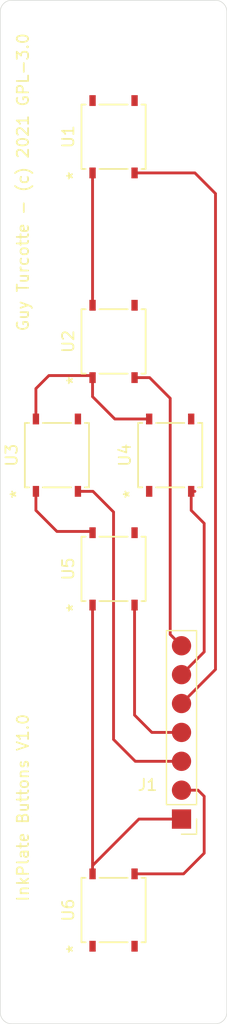
<source format=kicad_pcb>
(kicad_pcb (version 20171130) (host pcbnew 5.1.9-73d0e3b20d~88~ubuntu20.04.1)

  (general
    (thickness 1.6)
    (drawings 10)
    (tracks 44)
    (zones 0)
    (modules 7)
    (nets 20)
  )

  (page A4)
  (title_block
    (title "InkPlate Mechanical Buttons Circuit")
    (comment 1 "Public Domain - GPL-3.0")
    (comment 3 "Guy Turcotte")
  )

  (layers
    (0 F.Cu signal)
    (31 B.Cu signal)
    (33 F.Adhes user)
    (35 F.Paste user)
    (37 F.SilkS user)
    (38 B.Mask user)
    (39 F.Mask user)
    (40 Dwgs.User user)
    (41 Cmts.User user)
    (42 Eco1.User user)
    (43 Eco2.User user)
    (44 Edge.Cuts user)
    (45 Margin user)
    (46 B.CrtYd user)
    (47 F.CrtYd user)
    (49 F.Fab user)
  )

  (setup
    (last_trace_width 0.25)
    (trace_clearance 0.2)
    (zone_clearance 0.508)
    (zone_45_only no)
    (trace_min 0.2)
    (via_size 0.8)
    (via_drill 0.4)
    (via_min_size 0.4)
    (via_min_drill 0.3)
    (uvia_size 0.3)
    (uvia_drill 0.1)
    (uvias_allowed no)
    (uvia_min_size 0.2)
    (uvia_min_drill 0.1)
    (edge_width 0.05)
    (segment_width 0.2)
    (pcb_text_width 0.3)
    (pcb_text_size 1.5 1.5)
    (mod_edge_width 0.12)
    (mod_text_size 1 1)
    (mod_text_width 0.15)
    (pad_size 1.7 1.7)
    (pad_drill 0)
    (pad_to_mask_clearance 0)
    (aux_axis_origin 100 170)
    (grid_origin 100 170)
    (visible_elements FFFFFF7F)
    (pcbplotparams
      (layerselection 0x010e8_ffffffff)
      (usegerberextensions false)
      (usegerberattributes false)
      (usegerberadvancedattributes false)
      (creategerberjobfile false)
      (excludeedgelayer true)
      (linewidth 0.100000)
      (plotframeref false)
      (viasonmask false)
      (mode 1)
      (useauxorigin false)
      (hpglpennumber 1)
      (hpglpenspeed 20)
      (hpglpendiameter 15.000000)
      (psnegative false)
      (psa4output false)
      (plotreference true)
      (plotvalue true)
      (plotinvisibletext false)
      (padsonsilk false)
      (subtractmaskfromsilk false)
      (outputformat 1)
      (mirror false)
      (drillshape 0)
      (scaleselection 1)
      (outputdirectory ""))
  )

  (net 0 "")
  (net 1 "Net-(J1-Pad1)")
  (net 2 "Net-(J1-Pad3)")
  (net 3 "Net-(J1-Pad5)")
  (net 4 "Net-(J1-Pad7)")
  (net 5 "Net-(J1-Pad2)")
  (net 6 "Net-(J1-Pad4)")
  (net 7 "Net-(J1-Pad6)")
  (net 8 "Net-(U1-Pad1)")
  (net 9 "Net-(U1-Pad4)")
  (net 10 "Net-(U1-Pad2)")
  (net 11 "Net-(U2-Pad4)")
  (net 12 "Net-(U4-Pad4)")
  (net 13 "Net-(U5-Pad4)")
  (net 14 "Net-(U2-Pad1)")
  (net 15 "Net-(U3-Pad4)")
  (net 16 "Net-(U3-Pad1)")
  (net 17 "Net-(U4-Pad1)")
  (net 18 "Net-(U6-Pad3)")
  (net 19 "Net-(U6-Pad1)")

  (net_class Default "This is the default net class."
    (clearance 0.2)
    (trace_width 0.25)
    (via_dia 0.8)
    (via_drill 0.4)
    (uvia_dia 0.3)
    (uvia_drill 0.1)
    (add_net "Net-(J1-Pad1)")
    (add_net "Net-(J1-Pad2)")
    (add_net "Net-(J1-Pad3)")
    (add_net "Net-(J1-Pad4)")
    (add_net "Net-(J1-Pad5)")
    (add_net "Net-(J1-Pad6)")
    (add_net "Net-(J1-Pad7)")
    (add_net "Net-(U1-Pad1)")
    (add_net "Net-(U1-Pad2)")
    (add_net "Net-(U1-Pad4)")
    (add_net "Net-(U2-Pad1)")
    (add_net "Net-(U2-Pad4)")
    (add_net "Net-(U3-Pad1)")
    (add_net "Net-(U3-Pad4)")
    (add_net "Net-(U4-Pad1)")
    (add_net "Net-(U4-Pad4)")
    (add_net "Net-(U5-Pad4)")
    (add_net "Net-(U6-Pad1)")
    (add_net "Net-(U6-Pad3)")
  )

  (module Connector_PinHeader_2.54mm:PinHeader_1x07_P2.54mm_Vertical (layer F.Cu) (tedit 601EE729) (tstamp 601E0A29)
    (at 116 152 180)
    (descr "Through hole straight pin header, 1x07, 2.54mm pitch, single row")
    (tags "Through hole pin header THT 1x07 2.54mm single row")
    (path /6021909D)
    (attr smd)
    (fp_text reference J1 (at 3 3) (layer F.SilkS)
      (effects (font (size 1 1) (thickness 0.15)))
    )
    (fp_text value J1 (at 0 17.57) (layer F.Fab) hide
      (effects (font (size 1 1) (thickness 0.15)))
    )
    (fp_line (start -0.635 -1.27) (end 1.27 -1.27) (layer F.Fab) (width 0.1))
    (fp_line (start 1.27 -1.27) (end 1.27 16.51) (layer F.Fab) (width 0.1))
    (fp_line (start 1.27 16.51) (end -1.27 16.51) (layer F.Fab) (width 0.1))
    (fp_line (start -1.27 16.51) (end -1.27 -0.635) (layer F.Fab) (width 0.1))
    (fp_line (start -1.27 -0.635) (end -0.635 -1.27) (layer F.Fab) (width 0.1))
    (fp_line (start -1.33 16.57) (end 1.33 16.57) (layer F.SilkS) (width 0.12))
    (fp_line (start -1.33 1.27) (end -1.33 16.57) (layer F.SilkS) (width 0.12))
    (fp_line (start 1.33 1.27) (end 1.33 16.57) (layer F.SilkS) (width 0.12))
    (fp_line (start -1.33 1.27) (end 1.33 1.27) (layer F.SilkS) (width 0.12))
    (fp_line (start -1.33 0) (end -1.33 -1.33) (layer F.SilkS) (width 0.12))
    (fp_line (start -1.33 -1.33) (end 0 -1.33) (layer F.SilkS) (width 0.12))
    (fp_line (start -1.8 -1.8) (end -1.8 17.05) (layer F.CrtYd) (width 0.05))
    (fp_line (start -1.8 17.05) (end 1.8 17.05) (layer F.CrtYd) (width 0.05))
    (fp_line (start 1.8 17.05) (end 1.8 -1.8) (layer F.CrtYd) (width 0.05))
    (fp_line (start 1.8 -1.8) (end -1.8 -1.8) (layer F.CrtYd) (width 0.05))
    (fp_text user %R (at 0 7.62 90) (layer F.Fab)
      (effects (font (size 1 1) (thickness 0.15)))
    )
    (pad 7 smd oval (at 0 15.24 180) (size 1.7 1.7) (layers F.Cu F.Paste F.Mask)
      (net 4 "Net-(J1-Pad7)"))
    (pad 6 smd oval (at 0 12.7 180) (size 1.7 1.7) (layers F.Cu F.Paste F.Mask)
      (net 7 "Net-(J1-Pad6)"))
    (pad 5 smd oval (at 0 10.16 180) (size 1.7 1.7) (layers F.Cu F.Paste F.Mask)
      (net 3 "Net-(J1-Pad5)"))
    (pad 4 smd oval (at 0 7.62 180) (size 1.7 1.7) (layers F.Cu F.Paste F.Mask)
      (net 6 "Net-(J1-Pad4)"))
    (pad 3 smd oval (at 0 5.08 180) (size 1.7 1.7) (layers F.Cu F.Paste F.Mask)
      (net 2 "Net-(J1-Pad3)"))
    (pad 2 smd oval (at 0 2.54 180) (size 1.7 1.7) (layers F.Cu F.Paste F.Mask)
      (net 5 "Net-(J1-Pad2)"))
    (pad 1 smd rect (at 0 0 180) (size 1.7 1.7) (layers F.Cu F.Paste F.Mask)
      (net 1 "Net-(J1-Pad1)"))
  )

  (module "footprints:PTS526 SK15 SMTR2 LFS" (layer F.Cu) (tedit 0) (tstamp 601E0A63)
    (at 110 92 90)
    (path /601DA871)
    (fp_text reference U1 (at 0 0 90) (layer F.SilkS) hide
      (effects (font (size 1 1) (thickness 0.15)))
    )
    (fp_text value U1 (at 0 -4 90) (layer F.SilkS)
      (effects (font (size 1 1) (thickness 0.15)))
    )
    (fp_line (start -2.9591 2.3876) (end -3.9116 2.3876) (layer F.CrtYd) (width 0.1524))
    (fp_line (start -2.9591 2.9591) (end -2.9591 2.3876) (layer F.CrtYd) (width 0.1524))
    (fp_line (start 2.9591 2.9591) (end -2.9591 2.9591) (layer F.CrtYd) (width 0.1524))
    (fp_line (start 2.9591 2.3876) (end 2.9591 2.9591) (layer F.CrtYd) (width 0.1524))
    (fp_line (start 3.9116 2.3876) (end 2.9591 2.3876) (layer F.CrtYd) (width 0.1524))
    (fp_line (start 3.9116 -2.3876) (end 3.9116 2.3876) (layer F.CrtYd) (width 0.1524))
    (fp_line (start 2.9591 -2.3876) (end 3.9116 -2.3876) (layer F.CrtYd) (width 0.1524))
    (fp_line (start 2.9591 -2.9591) (end 2.9591 -2.3876) (layer F.CrtYd) (width 0.1524))
    (fp_line (start -2.9591 -2.9591) (end 2.9591 -2.9591) (layer F.CrtYd) (width 0.1524))
    (fp_line (start -2.9591 -2.3876) (end -2.9591 -2.9591) (layer F.CrtYd) (width 0.1524))
    (fp_line (start -3.9116 -2.3876) (end -2.9591 -2.3876) (layer F.CrtYd) (width 0.1524))
    (fp_line (start -3.9116 2.3876) (end -3.9116 -2.3876) (layer F.CrtYd) (width 0.1524))
    (fp_line (start 2.8321 -2.46634) (end 2.8321 -2.8321) (layer F.SilkS) (width 0.1524))
    (fp_line (start 2.8321 1.24206) (end 2.8321 -1.24206) (layer F.SilkS) (width 0.1524))
    (fp_line (start -2.8321 2.46634) (end -2.8321 2.8321) (layer F.SilkS) (width 0.1524))
    (fp_line (start -2.8321 -1.24206) (end -2.8321 1.24206) (layer F.SilkS) (width 0.1524))
    (fp_line (start -2.7051 -2.7051) (end -2.7051 2.7051) (layer F.Fab) (width 0.1524))
    (fp_line (start 2.7051 -2.7051) (end -2.7051 -2.7051) (layer F.Fab) (width 0.1524))
    (fp_line (start 2.7051 2.7051) (end 2.7051 -2.7051) (layer F.Fab) (width 0.1524))
    (fp_line (start -2.7051 2.7051) (end 2.7051 2.7051) (layer F.Fab) (width 0.1524))
    (fp_line (start -2.8321 -2.8321) (end -2.8321 -2.46634) (layer F.SilkS) (width 0.1524))
    (fp_line (start 2.8321 -2.8321) (end -2.8321 -2.8321) (layer F.SilkS) (width 0.1524))
    (fp_line (start 2.8321 2.8321) (end 2.8321 2.46634) (layer F.SilkS) (width 0.1524))
    (fp_line (start -2.8321 2.8321) (end 2.8321 2.8321) (layer F.SilkS) (width 0.1524))
    (fp_line (start 3.302 -2.1082) (end 2.7051 -2.1082) (layer F.Fab) (width 0.1524))
    (fp_line (start 3.302 -1.6002) (end 3.302 -2.1082) (layer F.Fab) (width 0.1524))
    (fp_line (start 2.7051 -1.6002) (end 3.302 -1.6002) (layer F.Fab) (width 0.1524))
    (fp_line (start 2.7051 -2.1082) (end 2.7051 -1.6002) (layer F.Fab) (width 0.1524))
    (fp_line (start 3.302 1.6002) (end 2.7051 1.6002) (layer F.Fab) (width 0.1524))
    (fp_line (start 3.302 2.1082) (end 3.302 1.6002) (layer F.Fab) (width 0.1524))
    (fp_line (start 2.7051 2.1082) (end 3.302 2.1082) (layer F.Fab) (width 0.1524))
    (fp_line (start 2.7051 1.6002) (end 2.7051 2.1082) (layer F.Fab) (width 0.1524))
    (fp_line (start -3.302 2.1082) (end -2.7051 2.1082) (layer F.Fab) (width 0.1524))
    (fp_line (start -3.302 1.6002) (end -3.302 2.1082) (layer F.Fab) (width 0.1524))
    (fp_line (start -2.7051 1.6002) (end -3.302 1.6002) (layer F.Fab) (width 0.1524))
    (fp_line (start -2.7051 2.1082) (end -2.7051 1.6002) (layer F.Fab) (width 0.1524))
    (fp_line (start -3.302 -1.6002) (end -2.7051 -1.6002) (layer F.Fab) (width 0.1524))
    (fp_line (start -3.302 -2.1082) (end -3.302 -1.6002) (layer F.Fab) (width 0.1524))
    (fp_line (start -2.7051 -2.1082) (end -3.302 -2.1082) (layer F.Fab) (width 0.1524))
    (fp_line (start -2.7051 -1.6002) (end -2.7051 -2.1082) (layer F.Fab) (width 0.1524))
    (fp_text user "Copyright 2016 Accelerated Designs. All rights reserved." (at 0 0 90) (layer Cmts.User)
      (effects (font (size 0.127 0.127) (thickness 0.002)))
    )
    (fp_text user * (at -3.43535 -3.556 90) (layer F.SilkS)
      (effects (font (size 1 1) (thickness 0.15)))
    )
    (fp_text user * (at -2.3241 -2.6289 90) (layer F.Fab)
      (effects (font (size 1 1) (thickness 0.15)))
    )
    (fp_text user * (at -3.43535 -3.556 90) (layer F.SilkS)
      (effects (font (size 1 1) (thickness 0.15)))
    )
    (fp_text user * (at -2.3241 -2.6289 90) (layer F.Fab)
      (effects (font (size 1 1) (thickness 0.15)))
    )
    (fp_arc (start 0 -2.7051) (end 0.3048 -2.7051) (angle 180) (layer F.Fab) (width 0.1524))
    (pad 1 smd rect (at -3.18135 -1.8542 90) (size 0.9525 0.5588) (layers F.Cu F.Paste F.Mask)
      (net 8 "Net-(U1-Pad1)"))
    (pad 3 smd rect (at -3.18135 1.8542 90) (size 0.9525 0.5588) (layers F.Cu F.Paste F.Mask)
      (net 3 "Net-(J1-Pad5)"))
    (pad 4 smd rect (at 3.18135 1.8542 90) (size 0.9525 0.5588) (layers F.Cu F.Paste F.Mask)
      (net 9 "Net-(U1-Pad4)"))
    (pad 2 smd rect (at 3.18135 -1.8542 90) (size 0.9525 0.5588) (layers F.Cu F.Paste F.Mask)
      (net 10 "Net-(U1-Pad2)"))
    (model ${KIPRJMOD}/Parts/3D/PTS526SK15SMTR2LFS.stp
      (at (xyz 0 0 0))
      (scale (xyz 1 1 1))
      (rotate (xyz 0 0 0))
    )
  )

  (module "footprints:PTS526 SK15 SMTR2 LFS" (layer F.Cu) (tedit 0) (tstamp 601E0A9D)
    (at 110 110 90)
    (path /601D8A3C)
    (fp_text reference U2 (at 0 0 90) (layer F.SilkS) hide
      (effects (font (size 1 1) (thickness 0.15)))
    )
    (fp_text value U2 (at 0 -4 90) (layer F.SilkS)
      (effects (font (size 1 1) (thickness 0.15)))
    )
    (fp_line (start -2.9591 2.3876) (end -3.9116 2.3876) (layer F.CrtYd) (width 0.1524))
    (fp_line (start -2.9591 2.9591) (end -2.9591 2.3876) (layer F.CrtYd) (width 0.1524))
    (fp_line (start 2.9591 2.9591) (end -2.9591 2.9591) (layer F.CrtYd) (width 0.1524))
    (fp_line (start 2.9591 2.3876) (end 2.9591 2.9591) (layer F.CrtYd) (width 0.1524))
    (fp_line (start 3.9116 2.3876) (end 2.9591 2.3876) (layer F.CrtYd) (width 0.1524))
    (fp_line (start 3.9116 -2.3876) (end 3.9116 2.3876) (layer F.CrtYd) (width 0.1524))
    (fp_line (start 2.9591 -2.3876) (end 3.9116 -2.3876) (layer F.CrtYd) (width 0.1524))
    (fp_line (start 2.9591 -2.9591) (end 2.9591 -2.3876) (layer F.CrtYd) (width 0.1524))
    (fp_line (start -2.9591 -2.9591) (end 2.9591 -2.9591) (layer F.CrtYd) (width 0.1524))
    (fp_line (start -2.9591 -2.3876) (end -2.9591 -2.9591) (layer F.CrtYd) (width 0.1524))
    (fp_line (start -3.9116 -2.3876) (end -2.9591 -2.3876) (layer F.CrtYd) (width 0.1524))
    (fp_line (start -3.9116 2.3876) (end -3.9116 -2.3876) (layer F.CrtYd) (width 0.1524))
    (fp_line (start 2.8321 -2.46634) (end 2.8321 -2.8321) (layer F.SilkS) (width 0.1524))
    (fp_line (start 2.8321 1.24206) (end 2.8321 -1.24206) (layer F.SilkS) (width 0.1524))
    (fp_line (start -2.8321 2.46634) (end -2.8321 2.8321) (layer F.SilkS) (width 0.1524))
    (fp_line (start -2.8321 -1.24206) (end -2.8321 1.24206) (layer F.SilkS) (width 0.1524))
    (fp_line (start -2.7051 -2.7051) (end -2.7051 2.7051) (layer F.Fab) (width 0.1524))
    (fp_line (start 2.7051 -2.7051) (end -2.7051 -2.7051) (layer F.Fab) (width 0.1524))
    (fp_line (start 2.7051 2.7051) (end 2.7051 -2.7051) (layer F.Fab) (width 0.1524))
    (fp_line (start -2.7051 2.7051) (end 2.7051 2.7051) (layer F.Fab) (width 0.1524))
    (fp_line (start -2.8321 -2.8321) (end -2.8321 -2.46634) (layer F.SilkS) (width 0.1524))
    (fp_line (start 2.8321 -2.8321) (end -2.8321 -2.8321) (layer F.SilkS) (width 0.1524))
    (fp_line (start 2.8321 2.8321) (end 2.8321 2.46634) (layer F.SilkS) (width 0.1524))
    (fp_line (start -2.8321 2.8321) (end 2.8321 2.8321) (layer F.SilkS) (width 0.1524))
    (fp_line (start 3.302 -2.1082) (end 2.7051 -2.1082) (layer F.Fab) (width 0.1524))
    (fp_line (start 3.302 -1.6002) (end 3.302 -2.1082) (layer F.Fab) (width 0.1524))
    (fp_line (start 2.7051 -1.6002) (end 3.302 -1.6002) (layer F.Fab) (width 0.1524))
    (fp_line (start 2.7051 -2.1082) (end 2.7051 -1.6002) (layer F.Fab) (width 0.1524))
    (fp_line (start 3.302 1.6002) (end 2.7051 1.6002) (layer F.Fab) (width 0.1524))
    (fp_line (start 3.302 2.1082) (end 3.302 1.6002) (layer F.Fab) (width 0.1524))
    (fp_line (start 2.7051 2.1082) (end 3.302 2.1082) (layer F.Fab) (width 0.1524))
    (fp_line (start 2.7051 1.6002) (end 2.7051 2.1082) (layer F.Fab) (width 0.1524))
    (fp_line (start -3.302 2.1082) (end -2.7051 2.1082) (layer F.Fab) (width 0.1524))
    (fp_line (start -3.302 1.6002) (end -3.302 2.1082) (layer F.Fab) (width 0.1524))
    (fp_line (start -2.7051 1.6002) (end -3.302 1.6002) (layer F.Fab) (width 0.1524))
    (fp_line (start -2.7051 2.1082) (end -2.7051 1.6002) (layer F.Fab) (width 0.1524))
    (fp_line (start -3.302 -1.6002) (end -2.7051 -1.6002) (layer F.Fab) (width 0.1524))
    (fp_line (start -3.302 -2.1082) (end -3.302 -1.6002) (layer F.Fab) (width 0.1524))
    (fp_line (start -2.7051 -2.1082) (end -3.302 -2.1082) (layer F.Fab) (width 0.1524))
    (fp_line (start -2.7051 -1.6002) (end -2.7051 -2.1082) (layer F.Fab) (width 0.1524))
    (fp_text user "Copyright 2016 Accelerated Designs. All rights reserved." (at 0 0 90) (layer Cmts.User)
      (effects (font (size 0.127 0.127) (thickness 0.002)))
    )
    (fp_text user * (at -3.43535 -3.556 90) (layer F.SilkS)
      (effects (font (size 1 1) (thickness 0.15)))
    )
    (fp_text user * (at -2.3241 -2.6289 90) (layer F.Fab)
      (effects (font (size 1 1) (thickness 0.15)))
    )
    (fp_text user * (at -3.43535 -3.556 90) (layer F.SilkS)
      (effects (font (size 1 1) (thickness 0.15)))
    )
    (fp_text user * (at -2.3241 -2.6289 90) (layer F.Fab)
      (effects (font (size 1 1) (thickness 0.15)))
    )
    (fp_arc (start 0 -2.7051) (end 0.3048 -2.7051) (angle 180) (layer F.Fab) (width 0.1524))
    (pad 1 smd rect (at -3.18135 -1.8542 90) (size 0.9525 0.5588) (layers F.Cu F.Paste F.Mask)
      (net 14 "Net-(U2-Pad1)"))
    (pad 3 smd rect (at -3.18135 1.8542 90) (size 0.9525 0.5588) (layers F.Cu F.Paste F.Mask)
      (net 4 "Net-(J1-Pad7)"))
    (pad 4 smd rect (at 3.18135 1.8542 90) (size 0.9525 0.5588) (layers F.Cu F.Paste F.Mask)
      (net 11 "Net-(U2-Pad4)"))
    (pad 2 smd rect (at 3.18135 -1.8542 90) (size 0.9525 0.5588) (layers F.Cu F.Paste F.Mask)
      (net 8 "Net-(U1-Pad1)"))
    (model ${KIPRJMOD}/Parts/3D/PTS526SK15SMTR2LFS.stp
      (at (xyz 0 0 0))
      (scale (xyz 1 1 1))
      (rotate (xyz 0 0 0))
    )
  )

  (module "footprints:PTS526 SK15 SMTR2 LFS" (layer F.Cu) (tedit 0) (tstamp 601E0AD7)
    (at 105 120 90)
    (path /601D9A02)
    (fp_text reference U3 (at 0 0 90) (layer F.SilkS) hide
      (effects (font (size 1 1) (thickness 0.15)))
    )
    (fp_text value U3 (at 0 -4 90) (layer F.SilkS)
      (effects (font (size 1 1) (thickness 0.15)))
    )
    (fp_line (start -2.7051 -1.6002) (end -2.7051 -2.1082) (layer F.Fab) (width 0.1524))
    (fp_line (start -2.7051 -2.1082) (end -3.302 -2.1082) (layer F.Fab) (width 0.1524))
    (fp_line (start -3.302 -2.1082) (end -3.302 -1.6002) (layer F.Fab) (width 0.1524))
    (fp_line (start -3.302 -1.6002) (end -2.7051 -1.6002) (layer F.Fab) (width 0.1524))
    (fp_line (start -2.7051 2.1082) (end -2.7051 1.6002) (layer F.Fab) (width 0.1524))
    (fp_line (start -2.7051 1.6002) (end -3.302 1.6002) (layer F.Fab) (width 0.1524))
    (fp_line (start -3.302 1.6002) (end -3.302 2.1082) (layer F.Fab) (width 0.1524))
    (fp_line (start -3.302 2.1082) (end -2.7051 2.1082) (layer F.Fab) (width 0.1524))
    (fp_line (start 2.7051 1.6002) (end 2.7051 2.1082) (layer F.Fab) (width 0.1524))
    (fp_line (start 2.7051 2.1082) (end 3.302 2.1082) (layer F.Fab) (width 0.1524))
    (fp_line (start 3.302 2.1082) (end 3.302 1.6002) (layer F.Fab) (width 0.1524))
    (fp_line (start 3.302 1.6002) (end 2.7051 1.6002) (layer F.Fab) (width 0.1524))
    (fp_line (start 2.7051 -2.1082) (end 2.7051 -1.6002) (layer F.Fab) (width 0.1524))
    (fp_line (start 2.7051 -1.6002) (end 3.302 -1.6002) (layer F.Fab) (width 0.1524))
    (fp_line (start 3.302 -1.6002) (end 3.302 -2.1082) (layer F.Fab) (width 0.1524))
    (fp_line (start 3.302 -2.1082) (end 2.7051 -2.1082) (layer F.Fab) (width 0.1524))
    (fp_line (start -2.8321 2.8321) (end 2.8321 2.8321) (layer F.SilkS) (width 0.1524))
    (fp_line (start 2.8321 2.8321) (end 2.8321 2.46634) (layer F.SilkS) (width 0.1524))
    (fp_line (start 2.8321 -2.8321) (end -2.8321 -2.8321) (layer F.SilkS) (width 0.1524))
    (fp_line (start -2.8321 -2.8321) (end -2.8321 -2.46634) (layer F.SilkS) (width 0.1524))
    (fp_line (start -2.7051 2.7051) (end 2.7051 2.7051) (layer F.Fab) (width 0.1524))
    (fp_line (start 2.7051 2.7051) (end 2.7051 -2.7051) (layer F.Fab) (width 0.1524))
    (fp_line (start 2.7051 -2.7051) (end -2.7051 -2.7051) (layer F.Fab) (width 0.1524))
    (fp_line (start -2.7051 -2.7051) (end -2.7051 2.7051) (layer F.Fab) (width 0.1524))
    (fp_line (start -2.8321 -1.24206) (end -2.8321 1.24206) (layer F.SilkS) (width 0.1524))
    (fp_line (start -2.8321 2.46634) (end -2.8321 2.8321) (layer F.SilkS) (width 0.1524))
    (fp_line (start 2.8321 1.24206) (end 2.8321 -1.24206) (layer F.SilkS) (width 0.1524))
    (fp_line (start 2.8321 -2.46634) (end 2.8321 -2.8321) (layer F.SilkS) (width 0.1524))
    (fp_line (start -3.9116 2.3876) (end -3.9116 -2.3876) (layer F.CrtYd) (width 0.1524))
    (fp_line (start -3.9116 -2.3876) (end -2.9591 -2.3876) (layer F.CrtYd) (width 0.1524))
    (fp_line (start -2.9591 -2.3876) (end -2.9591 -2.9591) (layer F.CrtYd) (width 0.1524))
    (fp_line (start -2.9591 -2.9591) (end 2.9591 -2.9591) (layer F.CrtYd) (width 0.1524))
    (fp_line (start 2.9591 -2.9591) (end 2.9591 -2.3876) (layer F.CrtYd) (width 0.1524))
    (fp_line (start 2.9591 -2.3876) (end 3.9116 -2.3876) (layer F.CrtYd) (width 0.1524))
    (fp_line (start 3.9116 -2.3876) (end 3.9116 2.3876) (layer F.CrtYd) (width 0.1524))
    (fp_line (start 3.9116 2.3876) (end 2.9591 2.3876) (layer F.CrtYd) (width 0.1524))
    (fp_line (start 2.9591 2.3876) (end 2.9591 2.9591) (layer F.CrtYd) (width 0.1524))
    (fp_line (start 2.9591 2.9591) (end -2.9591 2.9591) (layer F.CrtYd) (width 0.1524))
    (fp_line (start -2.9591 2.9591) (end -2.9591 2.3876) (layer F.CrtYd) (width 0.1524))
    (fp_line (start -2.9591 2.3876) (end -3.9116 2.3876) (layer F.CrtYd) (width 0.1524))
    (fp_arc (start 0 -2.7051) (end 0.3048 -2.7051) (angle 180) (layer F.Fab) (width 0.1524))
    (fp_text user * (at -2.3241 -2.6289 90) (layer F.Fab)
      (effects (font (size 1 1) (thickness 0.15)))
    )
    (fp_text user * (at -3.43535 -3.556 90) (layer F.SilkS)
      (effects (font (size 1 1) (thickness 0.15)))
    )
    (fp_text user * (at -2.3241 -2.6289 90) (layer F.Fab)
      (effects (font (size 1 1) (thickness 0.15)))
    )
    (fp_text user * (at -3.43535 -3.556 90) (layer F.SilkS)
      (effects (font (size 1 1) (thickness 0.15)))
    )
    (fp_text user "Copyright 2016 Accelerated Designs. All rights reserved." (at 0 0 90) (layer Cmts.User)
      (effects (font (size 0.127 0.127) (thickness 0.002)))
    )
    (pad 2 smd rect (at 3.18135 -1.8542 90) (size 0.9525 0.5588) (layers F.Cu F.Paste F.Mask)
      (net 14 "Net-(U2-Pad1)"))
    (pad 4 smd rect (at 3.18135 1.8542 90) (size 0.9525 0.5588) (layers F.Cu F.Paste F.Mask)
      (net 15 "Net-(U3-Pad4)"))
    (pad 3 smd rect (at -3.18135 1.8542 90) (size 0.9525 0.5588) (layers F.Cu F.Paste F.Mask)
      (net 2 "Net-(J1-Pad3)"))
    (pad 1 smd rect (at -3.18135 -1.8542 90) (size 0.9525 0.5588) (layers F.Cu F.Paste F.Mask)
      (net 16 "Net-(U3-Pad1)"))
    (model ${KIPRJMOD}/Parts/3D/PTS526SK15SMTR2LFS.stp
      (at (xyz 0 0 0))
      (scale (xyz 1 1 1))
      (rotate (xyz 0 0 0))
    )
  )

  (module "footprints:PTS526 SK15 SMTR2 LFS" (layer F.Cu) (tedit 0) (tstamp 601E0B11)
    (at 115 120 90)
    (path /601D9FF3)
    (fp_text reference U4 (at 0 0 90) (layer F.SilkS) hide
      (effects (font (size 1 1) (thickness 0.15)))
    )
    (fp_text value U4 (at 0 -4 90) (layer F.SilkS)
      (effects (font (size 1 1) (thickness 0.15)))
    )
    (fp_line (start -2.9591 2.3876) (end -3.9116 2.3876) (layer F.CrtYd) (width 0.1524))
    (fp_line (start -2.9591 2.9591) (end -2.9591 2.3876) (layer F.CrtYd) (width 0.1524))
    (fp_line (start 2.9591 2.9591) (end -2.9591 2.9591) (layer F.CrtYd) (width 0.1524))
    (fp_line (start 2.9591 2.3876) (end 2.9591 2.9591) (layer F.CrtYd) (width 0.1524))
    (fp_line (start 3.9116 2.3876) (end 2.9591 2.3876) (layer F.CrtYd) (width 0.1524))
    (fp_line (start 3.9116 -2.3876) (end 3.9116 2.3876) (layer F.CrtYd) (width 0.1524))
    (fp_line (start 2.9591 -2.3876) (end 3.9116 -2.3876) (layer F.CrtYd) (width 0.1524))
    (fp_line (start 2.9591 -2.9591) (end 2.9591 -2.3876) (layer F.CrtYd) (width 0.1524))
    (fp_line (start -2.9591 -2.9591) (end 2.9591 -2.9591) (layer F.CrtYd) (width 0.1524))
    (fp_line (start -2.9591 -2.3876) (end -2.9591 -2.9591) (layer F.CrtYd) (width 0.1524))
    (fp_line (start -3.9116 -2.3876) (end -2.9591 -2.3876) (layer F.CrtYd) (width 0.1524))
    (fp_line (start -3.9116 2.3876) (end -3.9116 -2.3876) (layer F.CrtYd) (width 0.1524))
    (fp_line (start 2.8321 -2.46634) (end 2.8321 -2.8321) (layer F.SilkS) (width 0.1524))
    (fp_line (start 2.8321 1.24206) (end 2.8321 -1.24206) (layer F.SilkS) (width 0.1524))
    (fp_line (start -2.8321 2.46634) (end -2.8321 2.8321) (layer F.SilkS) (width 0.1524))
    (fp_line (start -2.8321 -1.24206) (end -2.8321 1.24206) (layer F.SilkS) (width 0.1524))
    (fp_line (start -2.7051 -2.7051) (end -2.7051 2.7051) (layer F.Fab) (width 0.1524))
    (fp_line (start 2.7051 -2.7051) (end -2.7051 -2.7051) (layer F.Fab) (width 0.1524))
    (fp_line (start 2.7051 2.7051) (end 2.7051 -2.7051) (layer F.Fab) (width 0.1524))
    (fp_line (start -2.7051 2.7051) (end 2.7051 2.7051) (layer F.Fab) (width 0.1524))
    (fp_line (start -2.8321 -2.8321) (end -2.8321 -2.46634) (layer F.SilkS) (width 0.1524))
    (fp_line (start 2.8321 -2.8321) (end -2.8321 -2.8321) (layer F.SilkS) (width 0.1524))
    (fp_line (start 2.8321 2.8321) (end 2.8321 2.46634) (layer F.SilkS) (width 0.1524))
    (fp_line (start -2.8321 2.8321) (end 2.8321 2.8321) (layer F.SilkS) (width 0.1524))
    (fp_line (start 3.302 -2.1082) (end 2.7051 -2.1082) (layer F.Fab) (width 0.1524))
    (fp_line (start 3.302 -1.6002) (end 3.302 -2.1082) (layer F.Fab) (width 0.1524))
    (fp_line (start 2.7051 -1.6002) (end 3.302 -1.6002) (layer F.Fab) (width 0.1524))
    (fp_line (start 2.7051 -2.1082) (end 2.7051 -1.6002) (layer F.Fab) (width 0.1524))
    (fp_line (start 3.302 1.6002) (end 2.7051 1.6002) (layer F.Fab) (width 0.1524))
    (fp_line (start 3.302 2.1082) (end 3.302 1.6002) (layer F.Fab) (width 0.1524))
    (fp_line (start 2.7051 2.1082) (end 3.302 2.1082) (layer F.Fab) (width 0.1524))
    (fp_line (start 2.7051 1.6002) (end 2.7051 2.1082) (layer F.Fab) (width 0.1524))
    (fp_line (start -3.302 2.1082) (end -2.7051 2.1082) (layer F.Fab) (width 0.1524))
    (fp_line (start -3.302 1.6002) (end -3.302 2.1082) (layer F.Fab) (width 0.1524))
    (fp_line (start -2.7051 1.6002) (end -3.302 1.6002) (layer F.Fab) (width 0.1524))
    (fp_line (start -2.7051 2.1082) (end -2.7051 1.6002) (layer F.Fab) (width 0.1524))
    (fp_line (start -3.302 -1.6002) (end -2.7051 -1.6002) (layer F.Fab) (width 0.1524))
    (fp_line (start -3.302 -2.1082) (end -3.302 -1.6002) (layer F.Fab) (width 0.1524))
    (fp_line (start -2.7051 -2.1082) (end -3.302 -2.1082) (layer F.Fab) (width 0.1524))
    (fp_line (start -2.7051 -1.6002) (end -2.7051 -2.1082) (layer F.Fab) (width 0.1524))
    (fp_text user "Copyright 2016 Accelerated Designs. All rights reserved." (at 0 0 90) (layer Cmts.User)
      (effects (font (size 0.127 0.127) (thickness 0.002)))
    )
    (fp_text user * (at -3.43535 -3.556 90) (layer F.SilkS)
      (effects (font (size 1 1) (thickness 0.15)))
    )
    (fp_text user * (at -2.3241 -2.6289 90) (layer F.Fab)
      (effects (font (size 1 1) (thickness 0.15)))
    )
    (fp_text user * (at -3.43535 -3.556 90) (layer F.SilkS)
      (effects (font (size 1 1) (thickness 0.15)))
    )
    (fp_text user * (at -2.3241 -2.6289 90) (layer F.Fab)
      (effects (font (size 1 1) (thickness 0.15)))
    )
    (fp_arc (start 0 -2.7051) (end 0.3048 -2.7051) (angle 180) (layer F.Fab) (width 0.1524))
    (pad 1 smd rect (at -3.18135 -1.8542 90) (size 0.9525 0.5588) (layers F.Cu F.Paste F.Mask)
      (net 17 "Net-(U4-Pad1)"))
    (pad 3 smd rect (at -3.18135 1.8542 90) (size 0.9525 0.5588) (layers F.Cu F.Paste F.Mask)
      (net 7 "Net-(J1-Pad6)"))
    (pad 4 smd rect (at 3.18135 1.8542 90) (size 0.9525 0.5588) (layers F.Cu F.Paste F.Mask)
      (net 12 "Net-(U4-Pad4)"))
    (pad 2 smd rect (at 3.18135 -1.8542 90) (size 0.9525 0.5588) (layers F.Cu F.Paste F.Mask)
      (net 14 "Net-(U2-Pad1)"))
    (model ${KIPRJMOD}/Parts/3D/PTS526SK15SMTR2LFS.stp
      (at (xyz 0 0 0))
      (scale (xyz 1 1 1))
      (rotate (xyz 0 0 0))
    )
  )

  (module "footprints:PTS526 SK15 SMTR2 LFS" (layer F.Cu) (tedit 0) (tstamp 601E0B4B)
    (at 110 130 90)
    (path /601DAC9C)
    (fp_text reference U5 (at 0 0 90) (layer F.SilkS) hide
      (effects (font (size 1 1) (thickness 0.15)))
    )
    (fp_text value U5 (at 0 -4 90) (layer F.SilkS)
      (effects (font (size 1 1) (thickness 0.15)))
    )
    (fp_line (start -2.7051 -1.6002) (end -2.7051 -2.1082) (layer F.Fab) (width 0.1524))
    (fp_line (start -2.7051 -2.1082) (end -3.302 -2.1082) (layer F.Fab) (width 0.1524))
    (fp_line (start -3.302 -2.1082) (end -3.302 -1.6002) (layer F.Fab) (width 0.1524))
    (fp_line (start -3.302 -1.6002) (end -2.7051 -1.6002) (layer F.Fab) (width 0.1524))
    (fp_line (start -2.7051 2.1082) (end -2.7051 1.6002) (layer F.Fab) (width 0.1524))
    (fp_line (start -2.7051 1.6002) (end -3.302 1.6002) (layer F.Fab) (width 0.1524))
    (fp_line (start -3.302 1.6002) (end -3.302 2.1082) (layer F.Fab) (width 0.1524))
    (fp_line (start -3.302 2.1082) (end -2.7051 2.1082) (layer F.Fab) (width 0.1524))
    (fp_line (start 2.7051 1.6002) (end 2.7051 2.1082) (layer F.Fab) (width 0.1524))
    (fp_line (start 2.7051 2.1082) (end 3.302 2.1082) (layer F.Fab) (width 0.1524))
    (fp_line (start 3.302 2.1082) (end 3.302 1.6002) (layer F.Fab) (width 0.1524))
    (fp_line (start 3.302 1.6002) (end 2.7051 1.6002) (layer F.Fab) (width 0.1524))
    (fp_line (start 2.7051 -2.1082) (end 2.7051 -1.6002) (layer F.Fab) (width 0.1524))
    (fp_line (start 2.7051 -1.6002) (end 3.302 -1.6002) (layer F.Fab) (width 0.1524))
    (fp_line (start 3.302 -1.6002) (end 3.302 -2.1082) (layer F.Fab) (width 0.1524))
    (fp_line (start 3.302 -2.1082) (end 2.7051 -2.1082) (layer F.Fab) (width 0.1524))
    (fp_line (start -2.8321 2.8321) (end 2.8321 2.8321) (layer F.SilkS) (width 0.1524))
    (fp_line (start 2.8321 2.8321) (end 2.8321 2.46634) (layer F.SilkS) (width 0.1524))
    (fp_line (start 2.8321 -2.8321) (end -2.8321 -2.8321) (layer F.SilkS) (width 0.1524))
    (fp_line (start -2.8321 -2.8321) (end -2.8321 -2.46634) (layer F.SilkS) (width 0.1524))
    (fp_line (start -2.7051 2.7051) (end 2.7051 2.7051) (layer F.Fab) (width 0.1524))
    (fp_line (start 2.7051 2.7051) (end 2.7051 -2.7051) (layer F.Fab) (width 0.1524))
    (fp_line (start 2.7051 -2.7051) (end -2.7051 -2.7051) (layer F.Fab) (width 0.1524))
    (fp_line (start -2.7051 -2.7051) (end -2.7051 2.7051) (layer F.Fab) (width 0.1524))
    (fp_line (start -2.8321 -1.24206) (end -2.8321 1.24206) (layer F.SilkS) (width 0.1524))
    (fp_line (start -2.8321 2.46634) (end -2.8321 2.8321) (layer F.SilkS) (width 0.1524))
    (fp_line (start 2.8321 1.24206) (end 2.8321 -1.24206) (layer F.SilkS) (width 0.1524))
    (fp_line (start 2.8321 -2.46634) (end 2.8321 -2.8321) (layer F.SilkS) (width 0.1524))
    (fp_line (start -3.9116 2.3876) (end -3.9116 -2.3876) (layer F.CrtYd) (width 0.1524))
    (fp_line (start -3.9116 -2.3876) (end -2.9591 -2.3876) (layer F.CrtYd) (width 0.1524))
    (fp_line (start -2.9591 -2.3876) (end -2.9591 -2.9591) (layer F.CrtYd) (width 0.1524))
    (fp_line (start -2.9591 -2.9591) (end 2.9591 -2.9591) (layer F.CrtYd) (width 0.1524))
    (fp_line (start 2.9591 -2.9591) (end 2.9591 -2.3876) (layer F.CrtYd) (width 0.1524))
    (fp_line (start 2.9591 -2.3876) (end 3.9116 -2.3876) (layer F.CrtYd) (width 0.1524))
    (fp_line (start 3.9116 -2.3876) (end 3.9116 2.3876) (layer F.CrtYd) (width 0.1524))
    (fp_line (start 3.9116 2.3876) (end 2.9591 2.3876) (layer F.CrtYd) (width 0.1524))
    (fp_line (start 2.9591 2.3876) (end 2.9591 2.9591) (layer F.CrtYd) (width 0.1524))
    (fp_line (start 2.9591 2.9591) (end -2.9591 2.9591) (layer F.CrtYd) (width 0.1524))
    (fp_line (start -2.9591 2.9591) (end -2.9591 2.3876) (layer F.CrtYd) (width 0.1524))
    (fp_line (start -2.9591 2.3876) (end -3.9116 2.3876) (layer F.CrtYd) (width 0.1524))
    (fp_arc (start 0 -2.7051) (end 0.3048 -2.7051) (angle 180) (layer F.Fab) (width 0.1524))
    (fp_text user * (at -2.3241 -2.6289 90) (layer F.Fab)
      (effects (font (size 1 1) (thickness 0.15)))
    )
    (fp_text user * (at -3.43535 -3.556 90) (layer F.SilkS)
      (effects (font (size 1 1) (thickness 0.15)))
    )
    (fp_text user * (at -2.3241 -2.6289 90) (layer F.Fab)
      (effects (font (size 1 1) (thickness 0.15)))
    )
    (fp_text user * (at -3.43535 -3.556 90) (layer F.SilkS)
      (effects (font (size 1 1) (thickness 0.15)))
    )
    (fp_text user "Copyright 2016 Accelerated Designs. All rights reserved." (at 0 0 90) (layer Cmts.User)
      (effects (font (size 0.127 0.127) (thickness 0.002)))
    )
    (pad 2 smd rect (at 3.18135 -1.8542 90) (size 0.9525 0.5588) (layers F.Cu F.Paste F.Mask)
      (net 16 "Net-(U3-Pad1)"))
    (pad 4 smd rect (at 3.18135 1.8542 90) (size 0.9525 0.5588) (layers F.Cu F.Paste F.Mask)
      (net 13 "Net-(U5-Pad4)"))
    (pad 3 smd rect (at -3.18135 1.8542 90) (size 0.9525 0.5588) (layers F.Cu F.Paste F.Mask)
      (net 6 "Net-(J1-Pad4)"))
    (pad 1 smd rect (at -3.18135 -1.8542 90) (size 0.9525 0.5588) (layers F.Cu F.Paste F.Mask)
      (net 1 "Net-(J1-Pad1)"))
    (model ${KIPRJMOD}/Parts/3D/PTS526SK15SMTR2LFS.stp
      (at (xyz 0 0 0))
      (scale (xyz 1 1 1))
      (rotate (xyz 0 0 0))
    )
  )

  (module "footprints:PTS526 SK15 SMTR2 LFS" (layer F.Cu) (tedit 0) (tstamp 601E0B85)
    (at 110 160 90)
    (path /601DB0E7)
    (fp_text reference U6 (at 0 0 90) (layer F.SilkS) hide
      (effects (font (size 1 1) (thickness 0.15)))
    )
    (fp_text value U6 (at 0 -4 90) (layer F.SilkS)
      (effects (font (size 1 1) (thickness 0.15)))
    )
    (fp_line (start -2.7051 -1.6002) (end -2.7051 -2.1082) (layer F.Fab) (width 0.1524))
    (fp_line (start -2.7051 -2.1082) (end -3.302 -2.1082) (layer F.Fab) (width 0.1524))
    (fp_line (start -3.302 -2.1082) (end -3.302 -1.6002) (layer F.Fab) (width 0.1524))
    (fp_line (start -3.302 -1.6002) (end -2.7051 -1.6002) (layer F.Fab) (width 0.1524))
    (fp_line (start -2.7051 2.1082) (end -2.7051 1.6002) (layer F.Fab) (width 0.1524))
    (fp_line (start -2.7051 1.6002) (end -3.302 1.6002) (layer F.Fab) (width 0.1524))
    (fp_line (start -3.302 1.6002) (end -3.302 2.1082) (layer F.Fab) (width 0.1524))
    (fp_line (start -3.302 2.1082) (end -2.7051 2.1082) (layer F.Fab) (width 0.1524))
    (fp_line (start 2.7051 1.6002) (end 2.7051 2.1082) (layer F.Fab) (width 0.1524))
    (fp_line (start 2.7051 2.1082) (end 3.302 2.1082) (layer F.Fab) (width 0.1524))
    (fp_line (start 3.302 2.1082) (end 3.302 1.6002) (layer F.Fab) (width 0.1524))
    (fp_line (start 3.302 1.6002) (end 2.7051 1.6002) (layer F.Fab) (width 0.1524))
    (fp_line (start 2.7051 -2.1082) (end 2.7051 -1.6002) (layer F.Fab) (width 0.1524))
    (fp_line (start 2.7051 -1.6002) (end 3.302 -1.6002) (layer F.Fab) (width 0.1524))
    (fp_line (start 3.302 -1.6002) (end 3.302 -2.1082) (layer F.Fab) (width 0.1524))
    (fp_line (start 3.302 -2.1082) (end 2.7051 -2.1082) (layer F.Fab) (width 0.1524))
    (fp_line (start -2.8321 2.8321) (end 2.8321 2.8321) (layer F.SilkS) (width 0.1524))
    (fp_line (start 2.8321 2.8321) (end 2.8321 2.46634) (layer F.SilkS) (width 0.1524))
    (fp_line (start 2.8321 -2.8321) (end -2.8321 -2.8321) (layer F.SilkS) (width 0.1524))
    (fp_line (start -2.8321 -2.8321) (end -2.8321 -2.46634) (layer F.SilkS) (width 0.1524))
    (fp_line (start -2.7051 2.7051) (end 2.7051 2.7051) (layer F.Fab) (width 0.1524))
    (fp_line (start 2.7051 2.7051) (end 2.7051 -2.7051) (layer F.Fab) (width 0.1524))
    (fp_line (start 2.7051 -2.7051) (end -2.7051 -2.7051) (layer F.Fab) (width 0.1524))
    (fp_line (start -2.7051 -2.7051) (end -2.7051 2.7051) (layer F.Fab) (width 0.1524))
    (fp_line (start -2.8321 -1.24206) (end -2.8321 1.24206) (layer F.SilkS) (width 0.1524))
    (fp_line (start -2.8321 2.46634) (end -2.8321 2.8321) (layer F.SilkS) (width 0.1524))
    (fp_line (start 2.8321 1.24206) (end 2.8321 -1.24206) (layer F.SilkS) (width 0.1524))
    (fp_line (start 2.8321 -2.46634) (end 2.8321 -2.8321) (layer F.SilkS) (width 0.1524))
    (fp_line (start -3.9116 2.3876) (end -3.9116 -2.3876) (layer F.CrtYd) (width 0.1524))
    (fp_line (start -3.9116 -2.3876) (end -2.9591 -2.3876) (layer F.CrtYd) (width 0.1524))
    (fp_line (start -2.9591 -2.3876) (end -2.9591 -2.9591) (layer F.CrtYd) (width 0.1524))
    (fp_line (start -2.9591 -2.9591) (end 2.9591 -2.9591) (layer F.CrtYd) (width 0.1524))
    (fp_line (start 2.9591 -2.9591) (end 2.9591 -2.3876) (layer F.CrtYd) (width 0.1524))
    (fp_line (start 2.9591 -2.3876) (end 3.9116 -2.3876) (layer F.CrtYd) (width 0.1524))
    (fp_line (start 3.9116 -2.3876) (end 3.9116 2.3876) (layer F.CrtYd) (width 0.1524))
    (fp_line (start 3.9116 2.3876) (end 2.9591 2.3876) (layer F.CrtYd) (width 0.1524))
    (fp_line (start 2.9591 2.3876) (end 2.9591 2.9591) (layer F.CrtYd) (width 0.1524))
    (fp_line (start 2.9591 2.9591) (end -2.9591 2.9591) (layer F.CrtYd) (width 0.1524))
    (fp_line (start -2.9591 2.9591) (end -2.9591 2.3876) (layer F.CrtYd) (width 0.1524))
    (fp_line (start -2.9591 2.3876) (end -3.9116 2.3876) (layer F.CrtYd) (width 0.1524))
    (fp_arc (start 0 -2.7051) (end 0.3048 -2.7051) (angle 180) (layer F.Fab) (width 0.1524))
    (fp_text user * (at -2.3241 -2.6289 90) (layer F.Fab)
      (effects (font (size 1 1) (thickness 0.15)))
    )
    (fp_text user * (at -3.43535 -3.556 90) (layer F.SilkS)
      (effects (font (size 1 1) (thickness 0.15)))
    )
    (fp_text user * (at -2.3241 -2.6289 90) (layer F.Fab)
      (effects (font (size 1 1) (thickness 0.15)))
    )
    (fp_text user * (at -3.43535 -3.556 90) (layer F.SilkS)
      (effects (font (size 1 1) (thickness 0.15)))
    )
    (fp_text user "Copyright 2016 Accelerated Designs. All rights reserved." (at 0 0 90) (layer Cmts.User)
      (effects (font (size 0.127 0.127) (thickness 0.002)))
    )
    (pad 2 smd rect (at 3.18135 -1.8542 90) (size 0.9525 0.5588) (layers F.Cu F.Paste F.Mask)
      (net 1 "Net-(J1-Pad1)"))
    (pad 4 smd rect (at 3.18135 1.8542 90) (size 0.9525 0.5588) (layers F.Cu F.Paste F.Mask)
      (net 5 "Net-(J1-Pad2)"))
    (pad 3 smd rect (at -3.18135 1.8542 90) (size 0.9525 0.5588) (layers F.Cu F.Paste F.Mask)
      (net 18 "Net-(U6-Pad3)"))
    (pad 1 smd rect (at -3.18135 -1.8542 90) (size 0.9525 0.5588) (layers F.Cu F.Paste F.Mask)
      (net 19 "Net-(U6-Pad1)"))
    (model ${KIPRJMOD}/Parts/3D/PTS526SK15SMTR2LFS.stp
      (at (xyz 0 0 0))
      (scale (xyz 1 1 1))
      (rotate (xyz 0 0 0))
    )
  )

  (gr_text "Guy Turcotte - (c) 2021 GPL-3.0" (at 102 96 90) (layer F.SilkS)
    (effects (font (size 1 1) (thickness 0.15)))
  )
  (gr_text "InkPlate Buttons V1.0" (at 102 151 90) (layer F.SilkS)
    (effects (font (size 1 1) (thickness 0.15)))
  )
  (gr_line (start 100 81) (end 100 169) (layer Edge.Cuts) (width 0.05) (tstamp 601E40C2))
  (gr_line (start 119 80) (end 101 80) (layer Edge.Cuts) (width 0.05) (tstamp 601E40C1))
  (gr_line (start 120 169) (end 120 81) (layer Edge.Cuts) (width 0.05) (tstamp 601E40C0))
  (gr_line (start 101 170) (end 119 170) (layer Edge.Cuts) (width 0.05) (tstamp 601E40BF))
  (gr_arc (start 101 169) (end 100 169) (angle -90) (layer Edge.Cuts) (width 0.05))
  (gr_arc (start 119 169) (end 119 170) (angle -90) (layer Edge.Cuts) (width 0.05))
  (gr_arc (start 101 81) (end 101 80) (angle -90) (layer Edge.Cuts) (width 0.05))
  (gr_arc (start 119 81) (end 120 81) (angle -90) (layer Edge.Cuts) (width 0.05))

  (segment (start 108.1458 145.8542) (end 108.1458 156.81865) (width 0.25) (layer F.Cu) (net 1))
  (segment (start 108.1458 133.18135) (end 108.1458 145.8542) (width 0.25) (layer F.Cu) (net 1))
  (segment (start 112.2382 152) (end 116 152) (width 0.25) (layer F.Cu) (net 1))
  (segment (start 108.1458 156.0924) (end 112.2382 152) (width 0.25) (layer F.Cu) (net 1))
  (segment (start 108.1458 156.81865) (end 108.1458 156.0924) (width 0.25) (layer F.Cu) (net 1))
  (segment (start 106.8542 123.18135) (end 108.18135 123.18135) (width 0.25) (layer F.Cu) (net 2))
  (segment (start 108.18135 123.18135) (end 110 125) (width 0.25) (layer F.Cu) (net 2))
  (segment (start 110 125) (end 110 145) (width 0.25) (layer F.Cu) (net 2))
  (segment (start 111.92 146.92) (end 116 146.92) (width 0.25) (layer F.Cu) (net 2))
  (segment (start 110 145) (end 111.92 146.92) (width 0.25) (layer F.Cu) (net 2))
  (segment (start 111.8542 95.18135) (end 117.18135 95.18135) (width 0.25) (layer F.Cu) (net 3))
  (segment (start 117.18135 95.18135) (end 119 97) (width 0.25) (layer F.Cu) (net 3))
  (segment (start 119 138.84) (end 116 141.84) (width 0.25) (layer F.Cu) (net 3))
  (segment (start 119 97) (end 119 138.84) (width 0.25) (layer F.Cu) (net 3))
  (segment (start 111.8542 113.18135) (end 113.18135 113.18135) (width 0.25) (layer F.Cu) (net 4))
  (segment (start 113.18135 113.18135) (end 115 115) (width 0.25) (layer F.Cu) (net 4))
  (segment (start 115 135.76) (end 116 136.76) (width 0.25) (layer F.Cu) (net 4))
  (segment (start 115 115) (end 115 135.76) (width 0.25) (layer F.Cu) (net 4))
  (segment (start 116.18135 156.81865) (end 111.8542 156.81865) (width 0.25) (layer F.Cu) (net 5))
  (segment (start 118 155) (end 116.18135 156.81865) (width 0.25) (layer F.Cu) (net 5))
  (segment (start 118 150) (end 118 155) (width 0.25) (layer F.Cu) (net 5))
  (segment (start 117.46 149.46) (end 118 150) (width 0.25) (layer F.Cu) (net 5))
  (segment (start 116 149.46) (end 117.46 149.46) (width 0.25) (layer F.Cu) (net 5))
  (segment (start 111.8542 133.18135) (end 111.8542 142.8542) (width 0.25) (layer F.Cu) (net 6))
  (segment (start 111.8542 142.8542) (end 113.38 144.38) (width 0.25) (layer F.Cu) (net 6))
  (segment (start 114.62 144.38) (end 116 144.38) (width 0.25) (layer F.Cu) (net 6))
  (segment (start 113.38 144.38) (end 114.62 144.38) (width 0.25) (layer F.Cu) (net 6))
  (segment (start 116.8542 123.18135) (end 117.18135 123.18135) (width 0.25) (layer F.Cu) (net 7))
  (segment (start 116.8542 123.18135) (end 116.8542 124.8542) (width 0.25) (layer F.Cu) (net 7))
  (segment (start 116.8542 124.8542) (end 118 126) (width 0.25) (layer F.Cu) (net 7))
  (segment (start 118 137.3) (end 116 139.3) (width 0.25) (layer F.Cu) (net 7))
  (segment (start 118 126) (end 118 137.3) (width 0.25) (layer F.Cu) (net 7))
  (segment (start 108.1458 95.18135) (end 108.1458 106.8542) (width 0.25) (layer F.Cu) (net 8))
  (segment (start 107.96445 113) (end 108.1458 113.18135) (width 0.25) (layer F.Cu) (net 14))
  (segment (start 104.2916 113) (end 107.96445 113) (width 0.25) (layer F.Cu) (net 14))
  (segment (start 103.1458 114.1458) (end 104.2916 113) (width 0.25) (layer F.Cu) (net 14))
  (segment (start 103.1458 116.81865) (end 103.1458 114.1458) (width 0.25) (layer F.Cu) (net 14))
  (segment (start 108.1458 113.18135) (end 108.1458 114.8542) (width 0.25) (layer F.Cu) (net 14))
  (segment (start 110.11025 116.81865) (end 113.1458 116.81865) (width 0.25) (layer F.Cu) (net 14))
  (segment (start 108.1458 114.8542) (end 110.11025 116.81865) (width 0.25) (layer F.Cu) (net 14))
  (segment (start 103.1458 123.18135) (end 103.1458 124.8542) (width 0.25) (layer F.Cu) (net 16))
  (segment (start 103.1458 124.8542) (end 105 126.7084) (width 0.25) (layer F.Cu) (net 16))
  (segment (start 108.03555 126.7084) (end 108.1458 126.81865) (width 0.25) (layer F.Cu) (net 16))
  (segment (start 105 126.7084) (end 108.03555 126.7084) (width 0.25) (layer F.Cu) (net 16))

)

</source>
